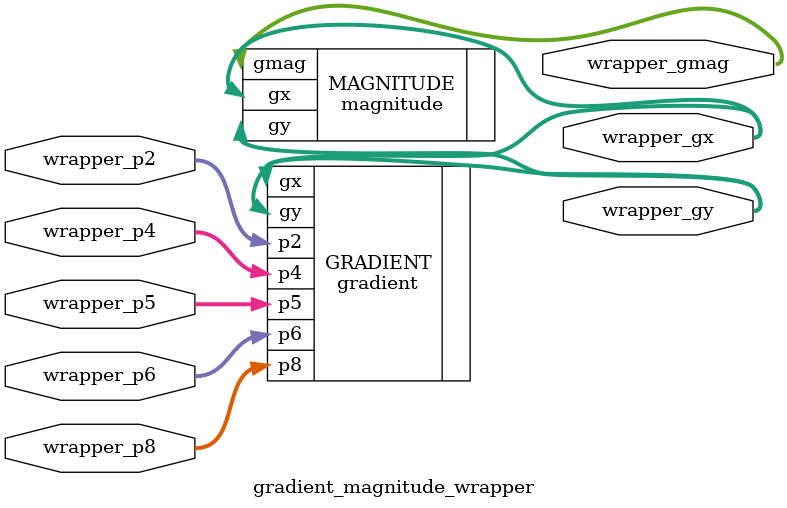
<source format=sv>
module gradient_magnitude_wrapper
  (
  input wire [7:0] wrapper_p2, // pixel 2, 8 bits
  input wire [7:0] wrapper_p5, // pixel 5, 8 bits
  input wire [7:0] wrapper_p8, // pixel 8, 8 bits
  input wire [7:0] wrapper_p4, // pixel 4, 8 bits
  input wire [7:0] wrapper_p6, // pixel 6, 8 bits
  output reg [7:0] wrapper_gx, // gradient x, 8 bits
  output reg [7:0] wrapper_gy,  // gradient y, 8 bits
  output reg [7:0] wrapper_gmag // magnitude of gradient., 8 bits
  );
  
  gradient GRADIENT (
                    .p2(wrapper_p2),
                    .p5(wrapper_p5),
                    .p8(wrapper_p8),
                    .p4(wrapper_p4),
                    .p6(wrapper_p6),
                    .gx(wrapper_gx),
                    .gy(wrapper_gy)
                    );
                    
  magnitude MAGNITUDE (
                      .gx(wrapper_gx),
                      .gy(wrapper_gy),
                      .gmag(wrapper_gmag)
                      );
                      
  endmodule
                      
</source>
